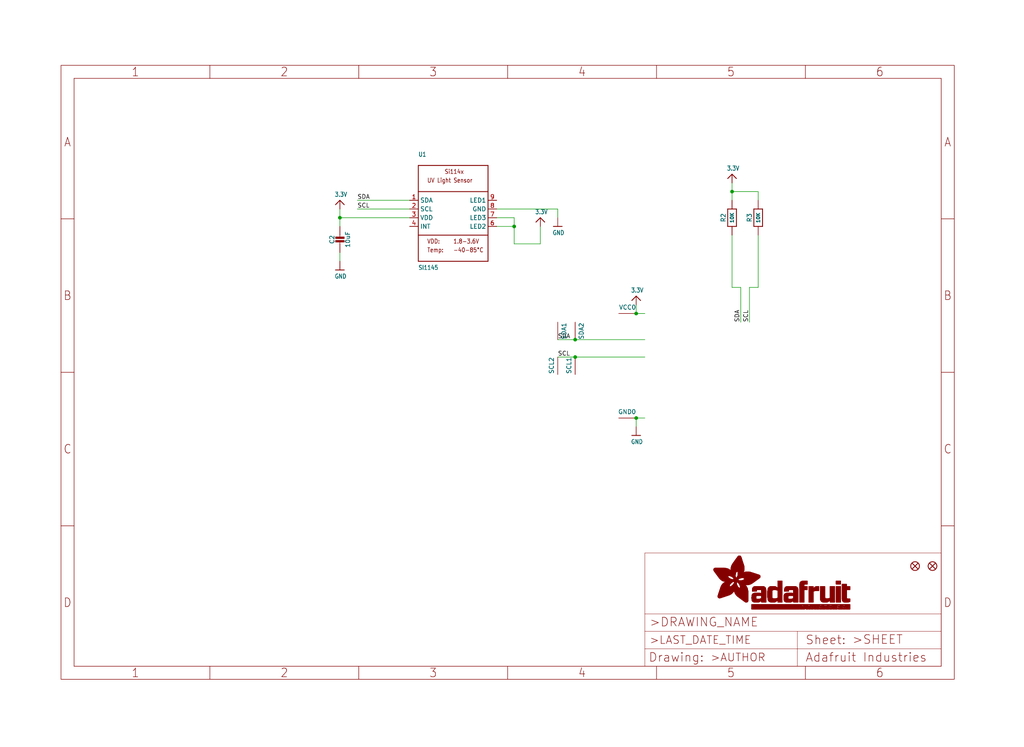
<source format=kicad_sch>
(kicad_sch (version 20211123) (generator eeschema)
  (paper "User" 298.45 217.881)
  (lib_symbols
    (symbol "eagleSchem-eagle-import:3.3V" (power)
      (property "Value" "3.3V" (at -1.524 1.016 0))
      (symbol "3.3V_1_0"
        (pin power_in line (at 0 -2.54 90) (length 2.54) (name "3.3V") (number "1"))
      )
    )
    (symbol "eagleSchem-eagle-import:CAP_CERAMIC0805-NOOUTLINE"
      (property "Reference" "C" (at -2.29 1.25 90))
      (property "Value" "CAP_CERAMIC0805-NOOUTLINE" (at 2.3 1.25 90))
      (symbol "CAP_CERAMIC0805-NOOUTLINE_1_0"
        (pin passive line (at 0 5.08 270) (length 2.54) (name "1") (number "1"))
        (pin passive line (at 0 -2.54 90) (length 2.54) (name "2") (number "2"))
      )
    )
    (symbol "eagleSchem-eagle-import:FIDUCIAL{dblquote}{dblquote}")
    (symbol "eagleSchem-eagle-import:FRAME_A4_ADAFRUIT"
      (symbol "FRAME_A4_ADAFRUIT_0_0"
        (text "1" (at 21.6958 1.905 0) (effects (font (size 2.54 2.286))))
        (text "1" (at 21.6958 177.165 0) (effects (font (size 2.54 2.286))))
        (text "2" (at 65.0875 1.905 0) (effects (font (size 2.54 2.286))))
        (text "2" (at 65.0875 177.165 0) (effects (font (size 2.54 2.286))))
        (text "3" (at 108.4792 1.905 0) (effects (font (size 2.54 2.286))))
        (text "3" (at 108.4792 177.165 0) (effects (font (size 2.54 2.286))))
        (text "4" (at 151.8708 1.905 0) (effects (font (size 2.54 2.286))))
        (text "4" (at 151.8708 177.165 0) (effects (font (size 2.54 2.286))))
        (text "5" (at 195.2625 1.905 0) (effects (font (size 2.54 2.286))))
        (text "5" (at 195.2625 177.165 0) (effects (font (size 2.54 2.286))))
        (text "6" (at 238.6542 1.905 0) (effects (font (size 2.54 2.286))))
        (text "6" (at 238.6542 177.165 0) (effects (font (size 2.54 2.286))))
        (text "A" (at 1.905 156.6863 0) (effects (font (size 2.54 2.286))))
        (text "A" (at 258.445 156.6863 0) (effects (font (size 2.54 2.286))))
        (text "B" (at 1.905 111.9188 0) (effects (font (size 2.54 2.286))))
        (text "B" (at 258.445 111.9188 0) (effects (font (size 2.54 2.286))))
        (text "C" (at 1.905 67.1513 0) (effects (font (size 2.54 2.286))))
        (text "C" (at 258.445 67.1513 0) (effects (font (size 2.54 2.286))))
        (text "D" (at 1.905 22.3838 0) (effects (font (size 2.54 2.286))))
        (text "D" (at 258.445 22.3838 0) (effects (font (size 2.54 2.286))))
      )
      (symbol "FRAME_A4_ADAFRUIT_1_0"
        (text ">AUTHOR" (at 189.23 5.08 0) (effects (font (size 2.286 2.286)) (justify left bottom)))
        (text ">DRAWING_NAME" (at 171.45 15.24 0) (effects (font (size 2.54 2.54)) (justify left bottom)))
        (text ">LAST_DATE_TIME" (at 171.45 10.16 0) (effects (font (size 2.286 2.286)) (justify left bottom)))
        (text ">SHEET" (at 230.505 10.16 0) (effects (font (size 2.54 2.54)) (justify left bottom)))
        (text "Adafruit Industries" (at 216.916 4.953 0) (effects (font (size 2.54 2.54)) (justify left bottom)))
        (text "Drawing:" (at 171.196 4.953 0) (effects (font (size 2.54 2.54)) (justify left bottom)))
        (text "Sheet:" (at 216.916 10.033 0) (effects (font (size 2.54 2.54)) (justify left bottom)))
      )
    )
    (symbol "eagleSchem-eagle-import:GND" (power)
      (property "Value" "GND" (at -1.524 -2.54 0))
      (symbol "GND_1_0"
        (pin power_in line (at 0 2.54 270) (length 2.54) (name "GND") (number "1"))
      )
    )
    (symbol "eagleSchem-eagle-import:RESISTOR0805_NOOUTLINE"
      (property "Reference" "R" (at 0 2.54 0))
      (property "Value" "RESISTOR0805_NOOUTLINE" (at 0 0 0))
      (symbol "RESISTOR0805_NOOUTLINE_1_0"
        (pin passive line (at -5.08 0 0) (length 2.54) (name "1") (number "1"))
        (pin passive line (at 5.08 0 180) (length 2.54) (name "2") (number "2"))
      )
    )
    (symbol "eagleSchem-eagle-import:SEWTAP0.5IN"
      (property "Reference" "TP" (at 0 2.54 0))
      (symbol "SEWTAP0.5IN_1_0"
        (pin bidirectional line (at 0 0 180) (length 5.08) (name "SEW") (number "TAP"))
      )
    )
    (symbol "eagleSchem-eagle-import:SI114X"
      (property "Reference" "U" (at -10.16 17.78 0))
      (property "Value" "SI114X" (at -10.16 -15.24 0))
      (symbol "SI114X_1_0"
        (text "-40-85°C" (at 0 -10.16 0) (effects (font (size 1.27 1.0795)) (justify left bottom)))
        (text "1.8-3.6V" (at 0 -7.62 0) (effects (font (size 1.27 1.0795)) (justify left bottom)))
        (text "Si114x" (at -2.54 12.7 0) (effects (font (size 1.27 1.0795)) (justify left bottom)))
        (text "Temp:" (at -7.62 -10.16 0) (effects (font (size 1.27 1.0795)) (justify left bottom)))
        (text "UV Light Sensor" (at -7.62 10.16 0) (effects (font (size 1.27 1.0795)) (justify left bottom)))
        (text "VDD:" (at -7.62 -7.62 0) (effects (font (size 1.27 1.0795)) (justify left bottom)))
        (pin bidirectional line (at -12.7 5.08 0) (length 2.54) (name "SDA") (number "1"))
        (pin input line (at -12.7 2.54 0) (length 2.54) (name "SCL") (number "2"))
        (pin power_in line (at -12.7 0 0) (length 2.54) (name "VDD") (number "3"))
        (pin open_collector line (at -12.7 -2.54 0) (length 2.54) (name "INT") (number "4"))
        (pin open_collector line (at 12.7 -2.54 180) (length 2.54) (name "LED2") (number "6"))
        (pin open_collector line (at 12.7 0 180) (length 2.54) (name "LED3") (number "7"))
        (pin power_in line (at 12.7 2.54 180) (length 2.54) (name "GND") (number "8"))
        (pin open_collector line (at 12.7 5.08 180) (length 2.54) (name "LED1") (number "9"))
      )
    )
  )
  (junction (at 185.42 91.44))
  (junction (at 149.86 66.04))
  (junction (at 167.64 99.06))
  (junction (at 167.64 104.14))
  (junction (at 185.42 121.92))
  (junction (at 99.06 63.5))
  (junction (at 213.36 55.88))
  (wire (pts (xy 218.44 83.82) (xy 218.44 93.98)))
  (wire (pts (xy 162.56 60.96) (xy 162.56 63.5)))
  (wire (pts (xy 213.36 55.88) (xy 213.36 53.34)))
  (wire (pts (xy 167.64 104.14) (xy 162.56 104.14)))
  (wire (pts (xy 99.06 73.66) (xy 99.06 76.2)))
  (wire (pts (xy 213.36 83.82) (xy 215.9 83.82)))
  (wire (pts (xy 119.38 63.5) (xy 99.06 63.5)))
  (wire (pts (xy 187.96 91.44) (xy 185.42 91.44)))
  (wire (pts (xy 185.42 91.44) (xy 185.42 88.9)))
  (wire (pts (xy 119.38 60.96) (xy 104.14 60.96)))
  (wire (pts (xy 220.98 68.58) (xy 220.98 83.82)))
  (wire (pts (xy 213.36 68.58) (xy 213.36 83.82)))
  (wire (pts (xy 187.96 121.92) (xy 185.42 121.92)))
  (wire (pts (xy 218.44 83.82) (xy 220.98 83.82)))
  (wire (pts (xy 104.14 58.42) (xy 119.38 58.42)))
  (wire (pts (xy 149.86 66.04) (xy 149.86 71.12)))
  (wire (pts (xy 187.96 99.06) (xy 167.64 99.06)))
  (wire (pts (xy 149.86 71.12) (xy 157.48 71.12)))
  (wire (pts (xy 215.9 83.82) (xy 215.9 93.98)))
  (wire (pts (xy 144.78 66.04) (xy 149.86 66.04)))
  (wire (pts (xy 149.86 63.5) (xy 149.86 66.04)))
  (wire (pts (xy 185.42 121.92) (xy 185.42 124.46)))
  (wire (pts (xy 167.64 99.06) (xy 162.56 99.06)))
  (wire (pts (xy 220.98 55.88) (xy 213.36 55.88)))
  (wire (pts (xy 99.06 63.5) (xy 99.06 60.96)))
  (wire (pts (xy 213.36 58.42) (xy 213.36 55.88)))
  (wire (pts (xy 220.98 58.42) (xy 220.98 55.88)))
  (wire (pts (xy 99.06 63.5) (xy 99.06 66.04)))
  (wire (pts (xy 187.96 104.14) (xy 167.64 104.14)))
  (wire (pts (xy 144.78 63.5) (xy 149.86 63.5)))
  (wire (pts (xy 144.78 60.96) (xy 162.56 60.96)))
  (wire (pts (xy 157.48 71.12) (xy 157.48 66.04)))
  (label "SCL" (at 104.14 60.96 0) (effects (font (size 1.2446 1.2446))))
  (label "SDA" (at 162.56 99.06 0) (effects (font (size 1.2446 1.2446))))
  (label "SCL" (at 162.56 104.14 0) (effects (font (size 1.2446 1.2446))))
  (label "SDA" (at 104.14 58.42 0) (effects (font (size 1.2446 1.2446))))
  (label "SDA" (at 215.9 93.98 90) (effects (font (size 1.2446 1.2446))))
  (label "SCL" (at 218.44 93.98 90) (effects (font (size 1.2446 1.2446))))
  (symbol (lib_id "eagleSchem-eagle-import:3.3V") (at 157.48 63.5 0) (unit 1)
    (property "Reference" "#U$6" (effects hide))
    (property "Value" "3.3V" (at 155.956 62.484 0) (effects (font (size 1.27 1.0795)) (justify left bottom)))
    (property "Footprint" "eagleSchem:" (effects hide))
  )
  (symbol (lib_id "eagleSchem-eagle-import:SEWTAP0.5IN") (at 162.56 104.14 90) (unit 1)
    (property "Reference" "SCL2" (at 160.02 104.14 0) (effects (justify right top)))
    (property "Value" "SEWTAP0.5IN" (effects hide))
    (property "Footprint" "eagleSchem:SEWINGTAP_0.5" (effects hide))
  )
  (symbol (lib_id "eagleSchem-eagle-import:GND") (at 162.56 66.04 0) (unit 1)
    (property "Reference" "#U$8" (effects hide))
    (property "Value" "GND" (at 161.036 68.58 0) (effects (font (size 1.27 1.0795)) (justify left bottom)))
    (property "Footprint" "eagleSchem:" (effects hide))
  )
  (symbol (lib_id "eagleSchem-eagle-import:3.3V") (at 185.42 86.36 0) (unit 1)
    (property "Reference" "#U$5" (effects hide))
    (property "Value" "3.3V" (at 183.896 85.344 0) (effects (font (size 1.27 1.0795)) (justify left bottom)))
    (property "Footprint" "eagleSchem:" (effects hide))
  )
  (symbol (lib_id "eagleSchem-eagle-import:3.3V") (at 213.36 50.8 0) (unit 1)
    (property "Reference" "#U$11" (effects hide))
    (property "Value" "3.3V" (at 211.836 49.784 0) (effects (font (size 1.27 1.0795)) (justify left bottom)))
    (property "Footprint" "eagleSchem:" (effects hide))
  )
  (symbol (lib_id "eagleSchem-eagle-import:3.3V") (at 99.06 58.42 0) (unit 1)
    (property "Reference" "#U$2" (effects hide))
    (property "Value" "3.3V" (at 97.536 57.404 0) (effects (font (size 1.27 1.0795)) (justify left bottom)))
    (property "Footprint" "eagleSchem:" (effects hide))
  )
  (symbol (lib_id "eagleSchem-eagle-import:SEWTAP0.5IN") (at 185.42 121.92 0) (unit 1)
    (property "Reference" "GND0" (at 185.42 119.38 0) (effects (justify right top)))
    (property "Value" "SEWTAP0.5IN" (effects hide))
    (property "Footprint" "eagleSchem:SEWINGTAP_0.5" (effects hide))
  )
  (symbol (lib_id "eagleSchem-eagle-import:FRAME_A4_ADAFRUIT") (at 17.78 198.12 0) (unit 1)
    (property "Reference" "#U$1" (effects hide))
    (property "Value" "FRAME_A4_ADAFRUIT" (effects hide))
    (property "Footprint" "eagleSchem:" (effects hide))
  )
  (symbol (lib_id "eagleSchem-eagle-import:SEWTAP0.5IN") (at 167.64 99.06 270) (unit 1)
    (property "Reference" "SDA2" (at 170.18 99.06 0) (effects (justify right top)))
    (property "Value" "SEWTAP0.5IN" (effects hide))
    (property "Footprint" "eagleSchem:SEWINGTAP_0.5" (effects hide))
  )
  (symbol (lib_id "eagleSchem-eagle-import:RESISTOR0805_NOOUTLINE") (at 220.98 63.5 90) (unit 1)
    (property "Reference" "R3" (at 218.44 63.5 0))
    (property "Value" "10K" (at 220.98 63.5 0) (effects (font (size 1.016 1.016) bold)))
    (property "Footprint" "eagleSchem:0805-NO" (effects hide))
  )
  (symbol (lib_id "eagleSchem-eagle-import:GND") (at 99.06 78.74 0) (unit 1)
    (property "Reference" "#U$9" (effects hide))
    (property "Value" "GND" (at 97.536 81.28 0) (effects (font (size 1.27 1.0795)) (justify left bottom)))
    (property "Footprint" "eagleSchem:" (effects hide))
  )
  (symbol (lib_id "eagleSchem-eagle-import:SI114X") (at 132.08 63.5 0) (unit 1)
    (property "Reference" "U1" (at 121.92 45.72 0) (effects (font (size 1.27 1.0795)) (justify left bottom)))
    (property "Value" "SI1145" (at 121.92 78.74 0) (effects (font (size 1.27 1.0795)) (justify left bottom)))
    (property "Footprint" "eagleSchem:SI114X" (effects hide))
  )
  (symbol (lib_id "eagleSchem-eagle-import:SEWTAP0.5IN") (at 185.42 91.44 0) (unit 1)
    (property "Reference" "VCC0" (at 185.42 88.9 0) (effects (justify right top)))
    (property "Value" "SEWTAP0.5IN" (effects hide))
    (property "Footprint" "eagleSchem:SEWINGTAP_0.5" (effects hide))
  )
  (symbol (lib_id "eagleSchem-eagle-import:SEWTAP0.5IN") (at 167.64 104.14 90) (unit 1)
    (property "Reference" "SCL1" (at 165.1 104.14 0) (effects (justify right top)))
    (property "Value" "SEWTAP0.5IN" (effects hide))
    (property "Footprint" "eagleSchem:SEWINGTAP_0.5" (effects hide))
  )
  (symbol (lib_id "eagleSchem-eagle-import:CAP_CERAMIC0805-NOOUTLINE") (at 99.06 71.12 0) (unit 1)
    (property "Reference" "C2" (at 96.77 69.87 90))
    (property "Value" "10uF" (at 101.36 69.87 90))
    (property "Footprint" "eagleSchem:0805-NO" (effects hide))
  )
  (symbol (lib_id "eagleSchem-eagle-import:FIDUCIAL{dblquote}{dblquote}") (at 266.7 165.1 0) (unit 1)
    (property "Reference" "FID2" (effects hide))
    (property "Value" "FIDUCIAL{dblquote}{dblquote}" (effects hide))
    (property "Footprint" "eagleSchem:FIDUCIAL_1MM" (effects hide))
  )
  (symbol (lib_id "eagleSchem-eagle-import:RESISTOR0805_NOOUTLINE") (at 213.36 63.5 90) (unit 1)
    (property "Reference" "R2" (at 210.82 63.5 0))
    (property "Value" "10K" (at 213.36 63.5 0) (effects (font (size 1.016 1.016) bold)))
    (property "Footprint" "eagleSchem:0805-NO" (effects hide))
  )
  (symbol (lib_id "eagleSchem-eagle-import:FIDUCIAL{dblquote}{dblquote}") (at 271.78 165.1 0) (unit 1)
    (property "Reference" "FID1" (effects hide))
    (property "Value" "FIDUCIAL{dblquote}{dblquote}" (effects hide))
    (property "Footprint" "eagleSchem:FIDUCIAL_1MM" (effects hide))
  )
  (symbol (lib_id "eagleSchem-eagle-import:SEWTAP0.5IN") (at 162.56 99.06 270) (unit 1)
    (property "Reference" "SDA1" (at 165.1 99.06 0) (effects (justify right top)))
    (property "Value" "SEWTAP0.5IN" (effects hide))
    (property "Footprint" "eagleSchem:SEWINGTAP_0.5" (effects hide))
  )
  (symbol (lib_id "eagleSchem-eagle-import:GND") (at 185.42 127 0) (unit 1)
    (property "Reference" "#U$10" (effects hide))
    (property "Value" "GND" (at 183.896 129.54 0) (effects (font (size 1.27 1.0795)) (justify left bottom)))
    (property "Footprint" "eagleSchem:" (effects hide))
  )
)
</source>
